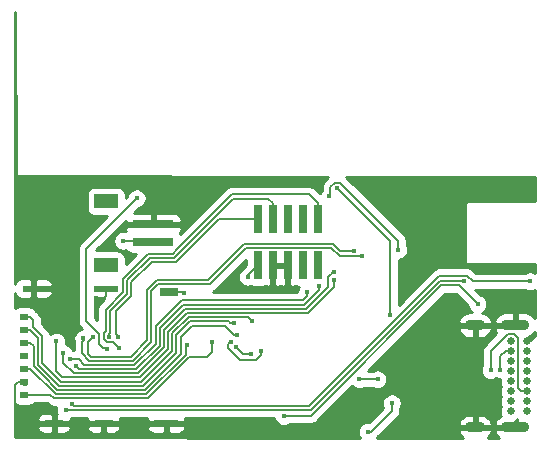
<source format=gbr>
G04 #@! TF.GenerationSoftware,KiCad,Pcbnew,(5.1.5)-3*
G04 #@! TF.CreationDate,2020-04-03T19:02:15-07:00*
G04 #@! TF.ProjectId,ShadowRunner,53686164-6f77-4527-956e-6e65722e6b69,rev?*
G04 #@! TF.SameCoordinates,Original*
G04 #@! TF.FileFunction,Copper,L4,Bot*
G04 #@! TF.FilePolarity,Positive*
%FSLAX46Y46*%
G04 Gerber Fmt 4.6, Leading zero omitted, Abs format (unit mm)*
G04 Created by KiCad (PCBNEW (5.1.5)-3) date 2020-04-03 19:02:15*
%MOMM*%
%LPD*%
G04 APERTURE LIST*
%ADD10R,0.740000X2.400000*%
%ADD11R,0.750000X0.600000*%
%ADD12R,1.500000X0.700000*%
%ADD13R,2.000000X0.500000*%
%ADD14R,1.950000X0.500000*%
%ADD15R,1.600000X0.500000*%
%ADD16C,0.650000*%
%ADD17O,2.400000X0.900000*%
%ADD18O,1.700000X0.900000*%
%ADD19R,2.006600X1.193800*%
%ADD20R,3.505200X0.711200*%
%ADD21C,0.400000*%
%ADD22C,0.800000*%
%ADD23C,0.152400*%
%ADD24C,0.254000*%
G04 APERTURE END LIST*
D10*
X132610000Y-114225000D03*
X132610000Y-118125000D03*
X133880000Y-114225000D03*
X133880000Y-118125000D03*
X135150000Y-114225000D03*
X135150000Y-118125000D03*
X136420000Y-114225000D03*
X136420000Y-118125000D03*
X137690000Y-114225000D03*
X137690000Y-118125000D03*
D11*
X112830000Y-129100000D03*
X112830000Y-128000000D03*
X112830000Y-126900000D03*
X112830000Y-125800000D03*
X112830000Y-124700000D03*
X112830000Y-123600000D03*
X112830000Y-122500000D03*
D12*
X125107500Y-120420000D03*
D13*
X119752500Y-120092500D03*
D14*
X113632500Y-120087500D03*
D15*
X115360000Y-131490000D03*
X119560000Y-131490000D03*
D13*
X124860000Y-131490000D03*
D16*
X155402500Y-130487500D03*
X155402500Y-129637500D03*
X155402500Y-128787500D03*
X155402500Y-127937500D03*
X155402500Y-127087500D03*
X155402500Y-126237500D03*
X155402500Y-125387500D03*
X155402500Y-124537500D03*
X154052500Y-124537500D03*
X154052500Y-125387500D03*
X154052500Y-126237500D03*
X154052500Y-127087500D03*
X154052500Y-127937500D03*
X154052500Y-128787500D03*
X154052500Y-129637500D03*
X154052500Y-130487500D03*
D17*
X154427500Y-131850000D03*
X154412500Y-123195000D03*
D18*
X151022500Y-131850000D03*
X151022500Y-123197500D03*
D19*
X119772600Y-118100000D03*
X119772600Y-112700000D03*
D20*
X123772599Y-114650700D03*
X123772599Y-116149300D03*
D21*
X126365000Y-120445000D03*
X118945000Y-120865000D03*
D22*
X121725000Y-111075000D03*
X117650000Y-111225000D03*
X115550000Y-111175000D03*
X112650000Y-111150000D03*
X155650000Y-111100000D03*
X153650000Y-111100000D03*
X151650000Y-111100000D03*
X149650000Y-111100000D03*
X147650000Y-111100000D03*
X145650000Y-111100000D03*
X143650000Y-111100000D03*
X142250000Y-111100000D03*
X137750000Y-111100000D03*
X135750000Y-111100000D03*
X133725000Y-111100000D03*
X131925000Y-111100000D03*
X129850000Y-111100000D03*
X128050000Y-111100000D03*
X126475000Y-111100000D03*
X123775000Y-111100000D03*
D21*
X131325000Y-118115000D03*
X155905000Y-112545000D03*
X154965000Y-112505000D03*
X153975000Y-112515000D03*
X152965000Y-112485000D03*
X149995000Y-113465000D03*
X149945000Y-114435000D03*
X149965000Y-115245000D03*
X149915000Y-116105000D03*
X149885000Y-116965000D03*
X150425000Y-118165000D03*
X151085000Y-118195000D03*
X151925000Y-118145000D03*
X152755000Y-118185000D03*
X153875000Y-118155000D03*
X156025000Y-118465000D03*
X154845000Y-118545000D03*
X121200000Y-116050000D03*
X142750000Y-127775000D03*
X141200000Y-127775000D03*
X131775000Y-119100000D03*
X128755000Y-124615000D03*
X151225000Y-121400000D03*
X134815000Y-130895000D03*
X143965000Y-129805000D03*
X141925000Y-132205000D03*
X120800000Y-124150000D03*
X120051201Y-124150000D03*
X120875000Y-125165000D03*
X126605000Y-124885000D03*
X130875000Y-124000000D03*
X130575000Y-123025000D03*
X132125000Y-122850000D03*
X152325000Y-127000000D03*
X116865000Y-129885000D03*
X155650000Y-119475000D03*
X116345000Y-130365000D03*
X150100000Y-119475000D03*
X138665000Y-112275000D03*
X144495000Y-116825000D03*
X119845000Y-125195000D03*
X122360000Y-112450000D03*
X132050000Y-125625000D03*
X130750000Y-125050000D03*
X132850000Y-125400000D03*
X130325000Y-124625000D03*
X115565000Y-124565000D03*
X139050000Y-119350000D03*
X116145000Y-125575000D03*
X139045222Y-118650000D03*
X136785000Y-120405000D03*
X116705000Y-126085000D03*
X117255000Y-126685000D03*
X137775000Y-119875000D03*
X141475000Y-117375000D03*
X117835000Y-124315000D03*
X118675000Y-124155000D03*
X140748799Y-116873799D03*
X153150000Y-126950000D03*
X139345000Y-111595000D03*
X143815000Y-122325000D03*
D23*
X118945000Y-120865000D02*
X119615000Y-120865000D01*
X119752500Y-120727500D02*
X119752500Y-120092500D01*
X119615000Y-120865000D02*
X119752500Y-120727500D01*
X126340000Y-120420000D02*
X126365000Y-120445000D01*
X125107500Y-120420000D02*
X126340000Y-120420000D01*
X112302600Y-128000000D02*
X112075000Y-128227600D01*
X112830000Y-128000000D02*
X112302600Y-128000000D01*
X112075000Y-128227600D02*
X112075000Y-130035000D01*
X123673299Y-116050000D02*
X123772599Y-116149300D01*
X121200000Y-116050000D02*
X123673299Y-116050000D01*
X142750000Y-127775000D02*
X141200000Y-127775000D01*
X141200000Y-127775000D02*
X141200000Y-127775000D01*
X131775000Y-118960000D02*
X132610000Y-118125000D01*
X131775000Y-119100000D02*
X131775000Y-118960000D01*
X112830000Y-129100000D02*
X114050000Y-129100000D01*
X114050000Y-129100000D02*
X114125000Y-129100000D01*
X115059018Y-129100000D02*
X114050000Y-129100000D01*
X115354027Y-129395010D02*
X115059018Y-129100000D01*
X128755000Y-124615000D02*
X128755000Y-125455000D01*
X128295000Y-125915000D02*
X126808383Y-125915000D01*
X128755000Y-125455000D02*
X128295000Y-125915000D01*
X126808383Y-125915000D02*
X123328373Y-129395010D01*
X123328373Y-129395010D02*
X115354027Y-129395010D01*
X151225000Y-121400000D02*
X149652410Y-119827410D01*
X149652410Y-119827410D02*
X148147590Y-119827410D01*
X137130000Y-130845000D02*
X148147590Y-119827410D01*
X134755000Y-130845000D02*
X137130000Y-130845000D01*
X143965000Y-130087842D02*
X143965000Y-129805000D01*
X143965000Y-130447842D02*
X143965000Y-130087842D01*
X142207842Y-132205000D02*
X143965000Y-130447842D01*
X141925000Y-132205000D02*
X142207842Y-132205000D01*
X129299025Y-114225000D02*
X131150000Y-114225000D01*
X131150000Y-114225000D02*
X132610000Y-114225000D01*
X120600000Y-121988926D02*
X120600001Y-123950001D01*
X123616944Y-117829820D02*
X121904820Y-119541944D01*
X129296764Y-114225000D02*
X128600000Y-114921764D01*
X128600000Y-114921764D02*
X128600000Y-114924027D01*
X120600001Y-123950001D02*
X120800000Y-124150000D01*
X131150000Y-114225000D02*
X129296764Y-114225000D01*
X128600000Y-114924027D02*
X125694207Y-117829820D01*
X121904820Y-120684108D02*
X120600000Y-121988926D01*
X121904820Y-119541944D02*
X121904820Y-120684108D01*
X125694207Y-117829820D02*
X123616944Y-117829820D01*
X120075000Y-122015544D02*
X121552410Y-120538135D01*
X120075000Y-123843359D02*
X120075000Y-122015544D01*
X130545972Y-112477410D02*
X133484810Y-112477410D01*
X120051201Y-123867158D02*
X120075000Y-123843359D01*
X120051201Y-124150000D02*
X120051201Y-123867158D01*
X133484810Y-112477410D02*
X133880000Y-112872600D01*
X121552410Y-119395972D02*
X123470972Y-117477410D01*
X121552410Y-120538135D02*
X121552410Y-119395972D01*
X123470972Y-117477410D02*
X125548234Y-117477410D01*
X133880000Y-112872600D02*
X133880000Y-114225000D01*
X125548234Y-117477410D02*
X127352409Y-115673234D01*
X127352409Y-115673234D02*
X127352409Y-115670973D01*
X127352409Y-115670973D02*
X130545972Y-112477410D01*
X137690000Y-112872600D02*
X137690000Y-114225000D01*
X136942400Y-112125000D02*
X137690000Y-112872600D01*
X130399999Y-112125000D02*
X136942400Y-112125000D01*
X125801400Y-116723600D02*
X130399999Y-112125000D01*
X125801400Y-116725861D02*
X125801400Y-116723600D01*
X119575000Y-123844976D02*
X119722590Y-123697386D01*
X119575000Y-124378577D02*
X119575000Y-123844976D01*
X120875000Y-125165000D02*
X120336201Y-124626201D01*
X119822624Y-124626201D02*
X119575000Y-124378577D01*
X123325000Y-117125000D02*
X125402261Y-117125000D01*
X119722590Y-121869571D02*
X121200000Y-120392162D01*
X121200000Y-120392162D02*
X121200000Y-119250000D01*
X119722590Y-123697386D02*
X119722590Y-121869571D01*
X120336201Y-124626201D02*
X119822624Y-124626201D01*
X121200000Y-119250000D02*
X123325000Y-117125000D01*
X125402261Y-117125000D02*
X125801400Y-116725861D01*
X112830000Y-126900000D02*
X113357400Y-126900000D01*
X113357400Y-126900000D02*
X115500000Y-129042600D01*
X115500000Y-129042600D02*
X123182400Y-129042600D01*
X123182400Y-129042600D02*
X126550000Y-125675000D01*
X126550000Y-125675000D02*
X126550000Y-125370000D01*
X126525000Y-125345000D02*
X126525000Y-124865000D01*
X126550000Y-125370000D02*
X126525000Y-125345000D01*
X123049146Y-128677409D02*
X115633190Y-128677408D01*
X126073799Y-125652756D02*
X123049146Y-128677409D01*
X130592158Y-124000000D02*
X129819569Y-123227411D01*
X126073799Y-124171422D02*
X126073799Y-125652756D01*
X130875000Y-124000000D02*
X130592158Y-124000000D01*
X129819569Y-123227411D02*
X127017810Y-123227411D01*
X127017810Y-123227411D02*
X126073799Y-124171422D01*
X114647591Y-127691809D02*
X114647591Y-127687591D01*
X115372891Y-128417109D02*
X114647591Y-127691809D01*
X115372891Y-128417109D02*
X114647590Y-127691809D01*
X115633190Y-128677408D02*
X115372891Y-128417109D01*
X113357400Y-124700000D02*
X112830000Y-124700000D01*
X113645000Y-124987600D02*
X113357400Y-124700000D01*
X113645000Y-126685000D02*
X113645000Y-124987600D01*
X114647590Y-127687590D02*
X113645000Y-126685000D01*
X114647590Y-127691809D02*
X114647590Y-127687590D01*
X113357400Y-123600000D02*
X112830000Y-123600000D01*
X122903174Y-128325000D02*
X115779163Y-128324999D01*
X125721389Y-124025450D02*
X125721389Y-125505272D01*
X125721389Y-125505272D02*
X122903174Y-128325000D01*
X126871838Y-122875001D02*
X125721389Y-124025450D01*
X130292158Y-123025000D02*
X130575000Y-123025000D01*
X130142159Y-122875001D02*
X130292158Y-123025000D01*
X126871838Y-122875001D02*
X130142159Y-122875001D01*
X115000001Y-127541619D02*
X113997410Y-126539028D01*
X115372082Y-127917918D02*
X115000001Y-127545837D01*
X115000001Y-127545837D02*
X115000001Y-127541619D01*
X115372082Y-127917918D02*
X115000000Y-127545836D01*
X115779163Y-128324999D02*
X115372082Y-127917918D01*
X113997410Y-124240010D02*
X113357400Y-123600000D01*
X113997410Y-126539028D02*
X113997410Y-124240010D01*
X112830000Y-122500000D02*
X113357400Y-122500000D01*
X132125000Y-122850000D02*
X132125000Y-122850000D01*
X115925136Y-127972590D02*
X122325000Y-127972590D01*
X122325000Y-127972590D02*
X122757147Y-127972590D01*
X122757147Y-127972590D02*
X125176698Y-125551739D01*
X131925001Y-122650001D02*
X132125000Y-122850000D01*
X131775000Y-122500000D02*
X131925001Y-122650001D01*
X126748456Y-122500000D02*
X131775000Y-122500000D01*
X125368979Y-123879477D02*
X126748456Y-122500000D01*
X125368979Y-125359355D02*
X125368979Y-123879477D01*
X125176698Y-125551739D02*
X125368979Y-125359355D01*
X115726273Y-127773727D02*
X115438773Y-127486227D01*
X115726273Y-127773727D02*
X115925136Y-127972590D01*
X115425000Y-127472454D02*
X115726273Y-127773727D01*
X113357400Y-122500000D02*
X113600000Y-122742600D01*
X113600000Y-122742600D02*
X113600000Y-123344217D01*
X115352410Y-127399864D02*
X115425000Y-127472454D01*
X113600000Y-123344217D02*
X113600000Y-123330000D01*
X113955000Y-123699218D02*
X114349820Y-124094037D01*
X113600000Y-123330000D02*
X113955000Y-123685000D01*
X113955000Y-123685000D02*
X113955000Y-123699218D01*
X114349820Y-126393056D02*
X115352410Y-127395646D01*
X114349820Y-124094037D02*
X114349820Y-126393056D01*
X154341077Y-123936299D02*
X154675000Y-124270222D01*
X152325000Y-127000000D02*
X152325000Y-125375222D01*
X153763923Y-123936299D02*
X154341077Y-123936299D01*
X152325000Y-125375222D02*
X153763923Y-123936299D01*
X154942881Y-128787500D02*
X155402500Y-128787500D01*
X154937500Y-128787500D02*
X154942881Y-128787500D01*
X154675000Y-128525000D02*
X154937500Y-128787500D01*
X154675000Y-124270222D02*
X154675000Y-128525000D01*
X150804778Y-119475000D02*
X155650000Y-119475000D01*
X150328577Y-118998799D02*
X150804778Y-119475000D01*
X136954028Y-130022590D02*
X147977819Y-118998799D01*
X117072590Y-130022590D02*
X136954028Y-130022590D01*
X147977819Y-118998799D02*
X150328577Y-118998799D01*
X117072590Y-130002590D02*
X116885000Y-129815000D01*
X117072590Y-130022590D02*
X117072590Y-130002590D01*
X116945000Y-130365000D02*
X116345000Y-130365000D01*
X116955000Y-130375000D02*
X116945000Y-130365000D01*
X150100000Y-119475000D02*
X148000000Y-119475000D01*
X137100000Y-130375000D02*
X116955000Y-130375000D01*
X148000000Y-119475000D02*
X137100000Y-130375000D01*
X139573577Y-111118799D02*
X144495000Y-116040222D01*
X139116423Y-111118799D02*
X139573577Y-111118799D01*
X138725000Y-112355000D02*
X138725000Y-111510222D01*
X138725000Y-111510222D02*
X139116423Y-111118799D01*
X144495000Y-116040222D02*
X144495000Y-116825000D01*
X144495000Y-116825000D02*
X144495000Y-116825000D01*
X122360000Y-112450000D02*
X118095000Y-116715000D01*
X118095000Y-116715000D02*
X118095000Y-121725000D01*
X118095000Y-122875000D02*
X119195000Y-123975000D01*
X118095000Y-121725000D02*
X118095000Y-122875000D01*
X119195000Y-124757842D02*
X119195000Y-124275000D01*
X119542158Y-125105000D02*
X119195000Y-124757842D01*
X119195000Y-123975000D02*
X119195000Y-124275000D01*
X119825000Y-125105000D02*
X119542158Y-125105000D01*
X131100000Y-125400000D02*
X130750000Y-125050000D01*
X131325000Y-125625000D02*
X131100000Y-125400000D01*
X132050000Y-125625000D02*
X131325000Y-125625000D01*
X130125001Y-124824999D02*
X130325000Y-124625000D01*
X130125001Y-125129779D02*
X130125001Y-124824999D01*
X130871423Y-125876201D02*
X130125001Y-125129779D01*
X132850000Y-125400000D02*
X132850000Y-125554778D01*
X130871423Y-125876201D02*
X130876201Y-125876201D01*
X132850000Y-125682842D02*
X132850000Y-125400000D01*
X131101201Y-126101201D02*
X132431641Y-126101201D01*
X132431641Y-126101201D02*
X132850000Y-125682842D01*
X130876201Y-125876201D02*
X131101201Y-126101201D01*
X139050000Y-119350000D02*
X139050000Y-119350000D01*
X139050000Y-119950000D02*
X139050000Y-119350000D01*
X136850000Y-122150000D02*
X139050000Y-119950000D01*
X116071108Y-127620180D02*
X122611120Y-127620180D01*
X126602483Y-122147590D02*
X135922590Y-122147590D01*
X135925000Y-122150000D02*
X136850000Y-122150000D01*
X115585000Y-124485000D02*
X115585000Y-124515000D01*
X125016569Y-123733504D02*
X126602483Y-122147590D01*
X122611120Y-127620180D02*
X125016569Y-125213438D01*
X135922590Y-122147590D02*
X135925000Y-122150000D01*
X125016569Y-125213438D02*
X125016569Y-123733504D01*
X115825000Y-127369854D02*
X115825000Y-127374072D01*
X115565000Y-124565000D02*
X115565000Y-127109854D01*
X115565000Y-127109854D02*
X115825000Y-127369854D01*
X115825000Y-127374072D02*
X116005464Y-127554536D01*
X115704820Y-127253892D02*
X116005464Y-127554536D01*
X116005464Y-127554536D02*
X116071108Y-127620180D01*
X139045222Y-118650000D02*
X139045222Y-118650000D01*
X116138799Y-126397181D02*
X117009387Y-127267769D01*
X117009387Y-127267769D02*
X117075000Y-127267769D01*
X116145000Y-126390980D02*
X116145000Y-125575000D01*
X116138799Y-126397181D02*
X116145000Y-126390980D01*
X138845223Y-118849999D02*
X139045222Y-118650000D01*
X138573799Y-119927820D02*
X138573799Y-119121423D01*
X136706439Y-121795180D02*
X138573799Y-119927820D01*
X138573799Y-119121423D02*
X138845223Y-118849999D01*
X122465092Y-127267770D02*
X124664159Y-125067521D01*
X124664159Y-123587531D02*
X126456510Y-121795180D01*
X126456510Y-121795180D02*
X136706439Y-121795180D01*
X117009387Y-127267769D02*
X122465092Y-127267770D01*
X124664159Y-125067521D02*
X124664159Y-123587531D01*
X136414494Y-121090360D02*
X136785000Y-120719854D01*
X126164564Y-121090360D02*
X136414494Y-121090360D01*
X136785000Y-120719854D02*
X136785000Y-120405000D01*
X123959339Y-123295585D02*
X126164564Y-121090360D01*
X117455000Y-126085000D02*
X117932950Y-126562950D01*
X117932950Y-126562950D02*
X122173037Y-126562950D01*
X116705000Y-126085000D02*
X117455000Y-126085000D01*
X122173037Y-126562950D02*
X123959339Y-124775688D01*
X123959339Y-124775688D02*
X123959339Y-123295585D01*
X137775000Y-119875000D02*
X137775000Y-120228236D01*
X124311749Y-124921604D02*
X122319064Y-126915360D01*
X136560466Y-121442770D02*
X126310537Y-121442770D01*
X124311749Y-123441558D02*
X124311749Y-124921604D01*
X126310537Y-121442770D02*
X124311749Y-123441558D01*
X137775000Y-120228236D02*
X136560466Y-121442770D01*
X122319064Y-126915360D02*
X117642518Y-126915360D01*
X117454999Y-126884999D02*
X117612157Y-126884999D01*
X117612157Y-126884999D02*
X117642518Y-126915360D01*
X117255000Y-126685000D02*
X117454999Y-126884999D01*
X139550000Y-117350000D02*
X139550000Y-117350000D01*
X117725000Y-124606617D02*
X117945808Y-124385809D01*
X123606929Y-120323409D02*
X123606929Y-124629771D01*
X138848799Y-116648799D02*
X131626201Y-116648799D01*
X141475000Y-117375000D02*
X139575000Y-117375000D01*
X139575000Y-117375000D02*
X138848799Y-116648799D01*
X124205338Y-119725000D02*
X123606929Y-120323409D01*
X123606929Y-124629771D02*
X122027009Y-126210540D01*
X128550000Y-119725000D02*
X124205338Y-119725000D01*
X118360540Y-126210540D02*
X117725000Y-125575000D01*
X122027009Y-126210540D02*
X118360540Y-126210540D01*
X131626201Y-116648799D02*
X128550000Y-119725000D01*
X117725000Y-125575000D02*
X117725000Y-124606617D01*
X140748799Y-116873799D02*
X140748799Y-116873799D01*
X118250000Y-124580000D02*
X118675000Y-124155000D01*
X131480228Y-116296389D02*
X128404028Y-119372590D01*
X138994772Y-116296389D02*
X131480228Y-116296389D01*
X140748799Y-116873799D02*
X139572182Y-116873799D01*
X118250000Y-125600000D02*
X118250000Y-124580000D01*
X128404028Y-119372590D02*
X124059365Y-119372590D01*
X139572182Y-116873799D02*
X138994772Y-116296389D01*
X124059365Y-119372590D02*
X123254519Y-120177436D01*
X123254519Y-120177436D02*
X123254519Y-124483854D01*
X123254519Y-124483854D02*
X121880981Y-125858130D01*
X121880981Y-125858130D02*
X118508130Y-125858130D01*
X118508130Y-125858130D02*
X118250000Y-125600000D01*
X153592881Y-125387500D02*
X153150000Y-125830381D01*
X154052500Y-125387500D02*
X153592881Y-125387500D01*
X153150000Y-125830381D02*
X153150000Y-126950000D01*
X153150000Y-126950000D02*
X153150000Y-126950000D01*
X139345000Y-111595000D02*
X143815000Y-116065000D01*
X143815000Y-116065000D02*
X143815000Y-122325000D01*
X143815000Y-122325000D02*
X143815000Y-122335000D01*
D24*
G36*
X155254479Y-120214967D02*
G01*
X155406440Y-120277911D01*
X155567760Y-120310000D01*
X155732240Y-120310000D01*
X155893560Y-120277911D01*
X156045521Y-120214967D01*
X156088447Y-120186285D01*
X156086439Y-122621843D01*
X156019514Y-122517592D01*
X155870891Y-122363413D01*
X155695045Y-122241191D01*
X155498733Y-122155624D01*
X155289500Y-122110000D01*
X154539500Y-122110000D01*
X154539500Y-123068000D01*
X154559500Y-123068000D01*
X154559500Y-123259355D01*
X154480497Y-123235390D01*
X154376013Y-123225099D01*
X154376003Y-123225099D01*
X154341077Y-123221659D01*
X154306151Y-123225099D01*
X153798840Y-123225099D01*
X153763922Y-123221660D01*
X153729004Y-123225099D01*
X153728987Y-123225099D01*
X153624503Y-123235390D01*
X153490442Y-123276057D01*
X153404489Y-123322000D01*
X152744998Y-123322000D01*
X152618092Y-123489001D01*
X152689798Y-123692197D01*
X152805486Y-123872408D01*
X152813604Y-123880830D01*
X151846810Y-124847625D01*
X151819674Y-124869895D01*
X151797404Y-124897031D01*
X151797403Y-124897032D01*
X151730798Y-124978190D01*
X151673532Y-125085327D01*
X151664759Y-125101741D01*
X151624092Y-125235802D01*
X151618403Y-125293560D01*
X151610360Y-125375222D01*
X151613801Y-125410158D01*
X151613800Y-126561426D01*
X151585033Y-126604479D01*
X151522089Y-126756440D01*
X151490000Y-126917760D01*
X151490000Y-127082240D01*
X151522089Y-127243560D01*
X151585033Y-127395521D01*
X151676413Y-127532281D01*
X151792719Y-127648587D01*
X151929479Y-127739967D01*
X152081440Y-127802911D01*
X152242760Y-127835000D01*
X152407240Y-127835000D01*
X152568560Y-127802911D01*
X152720521Y-127739967D01*
X152779710Y-127700418D01*
X152906440Y-127752911D01*
X153067760Y-127785000D01*
X153104026Y-127785000D01*
X153092500Y-127842948D01*
X153092500Y-128032052D01*
X153129392Y-128217522D01*
X153189444Y-128362500D01*
X153129392Y-128507478D01*
X153092500Y-128692948D01*
X153092500Y-128882052D01*
X153129392Y-129067522D01*
X153189444Y-129212500D01*
X153129392Y-129357478D01*
X153092500Y-129542948D01*
X153092500Y-129732052D01*
X153129392Y-129917522D01*
X153189618Y-130062920D01*
X153130919Y-130202492D01*
X153093025Y-130387760D01*
X153092003Y-130576861D01*
X153127892Y-130762528D01*
X153176758Y-130882329D01*
X153144955Y-130896191D01*
X152969109Y-131018413D01*
X152820486Y-131172592D01*
X152704798Y-131352803D01*
X152633092Y-131555999D01*
X152759998Y-131723000D01*
X154300500Y-131723000D01*
X154300500Y-131417332D01*
X154327528Y-131412108D01*
X154502626Y-131340687D01*
X154511823Y-131335770D01*
X154525431Y-131140039D01*
X154554500Y-131169108D01*
X154554500Y-131723000D01*
X154574500Y-131723000D01*
X154574500Y-131977000D01*
X154554500Y-131977000D01*
X154554500Y-131997000D01*
X154300500Y-131997000D01*
X154300500Y-131977000D01*
X152759998Y-131977000D01*
X152633092Y-132144001D01*
X152704798Y-132347197D01*
X152820486Y-132527408D01*
X152969109Y-132681587D01*
X153030732Y-132724418D01*
X152070826Y-132723335D01*
X152130891Y-132681587D01*
X152279514Y-132527408D01*
X152395202Y-132347197D01*
X152466908Y-132144001D01*
X152340002Y-131977000D01*
X151149500Y-131977000D01*
X151149500Y-131997000D01*
X150895500Y-131997000D01*
X150895500Y-131977000D01*
X149704998Y-131977000D01*
X149578092Y-132144001D01*
X149649798Y-132347197D01*
X149765486Y-132527408D01*
X149914109Y-132681587D01*
X149970764Y-132720965D01*
X142710189Y-132712772D01*
X142713169Y-132710327D01*
X142735444Y-132683185D01*
X143862631Y-131555999D01*
X149578092Y-131555999D01*
X149704998Y-131723000D01*
X150895500Y-131723000D01*
X150895500Y-130765000D01*
X151149500Y-130765000D01*
X151149500Y-131723000D01*
X152340002Y-131723000D01*
X152466908Y-131555999D01*
X152395202Y-131352803D01*
X152279514Y-131172592D01*
X152130891Y-131018413D01*
X151955045Y-130896191D01*
X151758733Y-130810624D01*
X151549500Y-130765000D01*
X151149500Y-130765000D01*
X150895500Y-130765000D01*
X150495500Y-130765000D01*
X150286267Y-130810624D01*
X150089955Y-130896191D01*
X149914109Y-131018413D01*
X149765486Y-131172592D01*
X149649798Y-131352803D01*
X149578092Y-131555999D01*
X143862631Y-131555999D01*
X144443201Y-130975430D01*
X144470326Y-130953169D01*
X144492588Y-130926043D01*
X144492598Y-130926033D01*
X144559202Y-130844875D01*
X144625242Y-130721324D01*
X144665909Y-130587262D01*
X144666933Y-130576861D01*
X144676200Y-130482778D01*
X144676200Y-130482771D01*
X144679640Y-130447842D01*
X144676200Y-130412914D01*
X144676200Y-130243574D01*
X144704967Y-130200521D01*
X144767911Y-130048560D01*
X144800000Y-129887240D01*
X144800000Y-129722760D01*
X144767911Y-129561440D01*
X144704967Y-129409479D01*
X144613587Y-129272719D01*
X144497281Y-129156413D01*
X144360521Y-129065033D01*
X144208560Y-129002089D01*
X144047240Y-128970000D01*
X143882760Y-128970000D01*
X143721440Y-129002089D01*
X143569479Y-129065033D01*
X143432719Y-129156413D01*
X143316413Y-129272719D01*
X143225033Y-129409479D01*
X143162089Y-129561440D01*
X143130000Y-129722760D01*
X143130000Y-129887240D01*
X143162089Y-130048560D01*
X143219614Y-130187439D01*
X142032108Y-131374947D01*
X142007240Y-131370000D01*
X141842760Y-131370000D01*
X141681440Y-131402089D01*
X141529479Y-131465033D01*
X141392719Y-131556413D01*
X141276413Y-131672719D01*
X141185033Y-131809479D01*
X141122089Y-131961440D01*
X141090000Y-132122760D01*
X141090000Y-132287240D01*
X141122089Y-132448560D01*
X141185033Y-132600521D01*
X141258943Y-132711135D01*
X112022105Y-132678143D01*
X112022855Y-131771750D01*
X113925000Y-131771750D01*
X113936020Y-131873358D01*
X113974026Y-131992528D01*
X114034551Y-132101994D01*
X114115269Y-132197548D01*
X114213078Y-132275519D01*
X114324219Y-132332911D01*
X114444420Y-132367517D01*
X114569063Y-132378008D01*
X115074250Y-132375000D01*
X115233000Y-132216250D01*
X115233000Y-131613000D01*
X115487000Y-131613000D01*
X115487000Y-132216250D01*
X115645750Y-132375000D01*
X116150937Y-132378008D01*
X116275580Y-132367517D01*
X116395781Y-132332911D01*
X116506922Y-132275519D01*
X116604731Y-132197548D01*
X116685449Y-132101994D01*
X116745974Y-131992528D01*
X116783980Y-131873358D01*
X116795000Y-131771750D01*
X118125000Y-131771750D01*
X118136020Y-131873358D01*
X118174026Y-131992528D01*
X118234551Y-132101994D01*
X118315269Y-132197548D01*
X118413078Y-132275519D01*
X118524219Y-132332911D01*
X118644420Y-132367517D01*
X118769063Y-132378008D01*
X119274250Y-132375000D01*
X119433000Y-132216250D01*
X119433000Y-131613000D01*
X119687000Y-131613000D01*
X119687000Y-132216250D01*
X119845750Y-132375000D01*
X120350937Y-132378008D01*
X120475580Y-132367517D01*
X120595781Y-132332911D01*
X120706922Y-132275519D01*
X120804731Y-132197548D01*
X120885449Y-132101994D01*
X120945974Y-131992528D01*
X120983980Y-131873358D01*
X120995000Y-131771750D01*
X123225000Y-131771750D01*
X123235734Y-131872013D01*
X123273483Y-131991264D01*
X123333772Y-132100860D01*
X123414284Y-132196588D01*
X123511924Y-132274770D01*
X123622941Y-132332401D01*
X123743067Y-132367266D01*
X123867688Y-132378026D01*
X124574250Y-132375000D01*
X124733000Y-132216250D01*
X124733000Y-131613000D01*
X124987000Y-131613000D01*
X124987000Y-132216250D01*
X125145750Y-132375000D01*
X125852312Y-132378026D01*
X125976933Y-132367266D01*
X126097059Y-132332401D01*
X126208076Y-132274770D01*
X126305716Y-132196588D01*
X126386228Y-132100860D01*
X126446517Y-131991264D01*
X126484266Y-131872013D01*
X126495000Y-131771750D01*
X126336250Y-131613000D01*
X124987000Y-131613000D01*
X124733000Y-131613000D01*
X123383750Y-131613000D01*
X123225000Y-131771750D01*
X120995000Y-131771750D01*
X120836250Y-131613000D01*
X119687000Y-131613000D01*
X119433000Y-131613000D01*
X118283750Y-131613000D01*
X118125000Y-131771750D01*
X116795000Y-131771750D01*
X116636250Y-131613000D01*
X115487000Y-131613000D01*
X115233000Y-131613000D01*
X114083750Y-131613000D01*
X113925000Y-131771750D01*
X112022855Y-131771750D01*
X112023321Y-131208250D01*
X113925000Y-131208250D01*
X114083750Y-131367000D01*
X115233000Y-131367000D01*
X115233000Y-130763750D01*
X115074250Y-130605000D01*
X114569063Y-130601992D01*
X114444420Y-130612483D01*
X114324219Y-130647089D01*
X114213078Y-130704481D01*
X114115269Y-130782452D01*
X114034551Y-130878006D01*
X113974026Y-130987472D01*
X113936020Y-131106642D01*
X113925000Y-131208250D01*
X112023321Y-131208250D01*
X112024431Y-129868104D01*
X112100506Y-129930537D01*
X112210820Y-129989502D01*
X112330518Y-130025812D01*
X112455000Y-130038072D01*
X113205000Y-130038072D01*
X113329482Y-130025812D01*
X113449180Y-129989502D01*
X113559494Y-129930537D01*
X113656185Y-129851185D01*
X113689000Y-129811200D01*
X114764430Y-129811200D01*
X114826428Y-129873199D01*
X114848700Y-129900337D01*
X114956994Y-129989212D01*
X115080546Y-130055252D01*
X115214607Y-130095919D01*
X115319091Y-130106210D01*
X115319107Y-130106210D01*
X115354025Y-130109649D01*
X115388943Y-130106210D01*
X115548397Y-130106210D01*
X115542089Y-130121440D01*
X115510000Y-130282760D01*
X115510000Y-130447240D01*
X115542089Y-130608560D01*
X115571408Y-130679342D01*
X115487000Y-130763750D01*
X115487000Y-131367000D01*
X116636250Y-131367000D01*
X116795000Y-131208250D01*
X116783980Y-131106642D01*
X116775905Y-131081324D01*
X116783574Y-131076200D01*
X116818535Y-131076200D01*
X116920064Y-131086200D01*
X116920073Y-131086200D01*
X116954999Y-131089640D01*
X116989925Y-131086200D01*
X118142539Y-131086200D01*
X118136020Y-131106642D01*
X118125000Y-131208250D01*
X118283750Y-131367000D01*
X119433000Y-131367000D01*
X119433000Y-131343000D01*
X119687000Y-131343000D01*
X119687000Y-131367000D01*
X120836250Y-131367000D01*
X120995000Y-131208250D01*
X120983980Y-131106642D01*
X120977461Y-131086200D01*
X123242631Y-131086200D01*
X123235734Y-131107987D01*
X123225000Y-131208250D01*
X123383750Y-131367000D01*
X124733000Y-131367000D01*
X124733000Y-131343000D01*
X124987000Y-131343000D01*
X124987000Y-131367000D01*
X126336250Y-131367000D01*
X126495000Y-131208250D01*
X126484266Y-131107987D01*
X126477369Y-131086200D01*
X134001674Y-131086200D01*
X134012089Y-131138560D01*
X134075033Y-131290521D01*
X134166413Y-131427281D01*
X134282719Y-131543587D01*
X134419479Y-131634967D01*
X134571440Y-131697911D01*
X134732760Y-131730000D01*
X134897240Y-131730000D01*
X135058560Y-131697911D01*
X135210521Y-131634967D01*
X135328404Y-131556200D01*
X137095074Y-131556200D01*
X137130000Y-131559640D01*
X137164926Y-131556200D01*
X137164936Y-131556200D01*
X137269420Y-131545909D01*
X137403481Y-131505242D01*
X137527033Y-131439202D01*
X137635327Y-131350327D01*
X137657602Y-131323185D01*
X140612460Y-128368328D01*
X140667719Y-128423587D01*
X140804479Y-128514967D01*
X140956440Y-128577911D01*
X141117760Y-128610000D01*
X141282240Y-128610000D01*
X141443560Y-128577911D01*
X141595521Y-128514967D01*
X141638574Y-128486200D01*
X142311426Y-128486200D01*
X142354479Y-128514967D01*
X142506440Y-128577911D01*
X142667760Y-128610000D01*
X142832240Y-128610000D01*
X142993560Y-128577911D01*
X143145521Y-128514967D01*
X143282281Y-128423587D01*
X143398587Y-128307281D01*
X143489967Y-128170521D01*
X143552911Y-128018560D01*
X143585000Y-127857240D01*
X143585000Y-127692760D01*
X143552911Y-127531440D01*
X143489967Y-127379479D01*
X143398587Y-127242719D01*
X143282281Y-127126413D01*
X143145521Y-127035033D01*
X142993560Y-126972089D01*
X142832240Y-126940000D01*
X142667760Y-126940000D01*
X142506440Y-126972089D01*
X142354479Y-127035033D01*
X142311426Y-127063800D01*
X141916988Y-127063800D01*
X145489287Y-123491501D01*
X149578092Y-123491501D01*
X149649798Y-123694697D01*
X149765486Y-123874908D01*
X149914109Y-124029087D01*
X150089955Y-124151309D01*
X150286267Y-124236876D01*
X150495500Y-124282500D01*
X150895500Y-124282500D01*
X150895500Y-123324500D01*
X151149500Y-123324500D01*
X151149500Y-124282500D01*
X151549500Y-124282500D01*
X151758733Y-124236876D01*
X151955045Y-124151309D01*
X152130891Y-124029087D01*
X152279514Y-123874908D01*
X152395202Y-123694697D01*
X152466908Y-123491501D01*
X152340002Y-123324500D01*
X151149500Y-123324500D01*
X150895500Y-123324500D01*
X149704998Y-123324500D01*
X149578092Y-123491501D01*
X145489287Y-123491501D01*
X148442179Y-120538610D01*
X149357823Y-120538610D01*
X150411987Y-121592775D01*
X150422089Y-121643560D01*
X150485033Y-121795521D01*
X150576413Y-121932281D01*
X150692719Y-122048587D01*
X150788372Y-122112500D01*
X150495500Y-122112500D01*
X150286267Y-122158124D01*
X150089955Y-122243691D01*
X149914109Y-122365913D01*
X149765486Y-122520092D01*
X149649798Y-122700303D01*
X149578092Y-122903499D01*
X149704998Y-123070500D01*
X150895500Y-123070500D01*
X150895500Y-123050500D01*
X151149500Y-123050500D01*
X151149500Y-123070500D01*
X152340002Y-123070500D01*
X152466908Y-122903499D01*
X152466026Y-122900999D01*
X152618092Y-122900999D01*
X152744998Y-123068000D01*
X154285500Y-123068000D01*
X154285500Y-122110000D01*
X153535500Y-122110000D01*
X153326267Y-122155624D01*
X153129955Y-122241191D01*
X152954109Y-122363413D01*
X152805486Y-122517592D01*
X152689798Y-122697803D01*
X152618092Y-122900999D01*
X152466026Y-122900999D01*
X152395202Y-122700303D01*
X152279514Y-122520092D01*
X152130891Y-122365913D01*
X151955045Y-122243691D01*
X151758733Y-122158124D01*
X151634040Y-122130934D01*
X151757281Y-122048587D01*
X151873587Y-121932281D01*
X151964967Y-121795521D01*
X152027911Y-121643560D01*
X152060000Y-121482240D01*
X152060000Y-121317760D01*
X152027911Y-121156440D01*
X151964967Y-121004479D01*
X151873587Y-120867719D01*
X151757281Y-120751413D01*
X151620521Y-120660033D01*
X151468560Y-120597089D01*
X151417775Y-120586987D01*
X151016988Y-120186200D01*
X155211426Y-120186200D01*
X155254479Y-120214967D01*
G37*
X155254479Y-120214967D02*
X155406440Y-120277911D01*
X155567760Y-120310000D01*
X155732240Y-120310000D01*
X155893560Y-120277911D01*
X156045521Y-120214967D01*
X156088447Y-120186285D01*
X156086439Y-122621843D01*
X156019514Y-122517592D01*
X155870891Y-122363413D01*
X155695045Y-122241191D01*
X155498733Y-122155624D01*
X155289500Y-122110000D01*
X154539500Y-122110000D01*
X154539500Y-123068000D01*
X154559500Y-123068000D01*
X154559500Y-123259355D01*
X154480497Y-123235390D01*
X154376013Y-123225099D01*
X154376003Y-123225099D01*
X154341077Y-123221659D01*
X154306151Y-123225099D01*
X153798840Y-123225099D01*
X153763922Y-123221660D01*
X153729004Y-123225099D01*
X153728987Y-123225099D01*
X153624503Y-123235390D01*
X153490442Y-123276057D01*
X153404489Y-123322000D01*
X152744998Y-123322000D01*
X152618092Y-123489001D01*
X152689798Y-123692197D01*
X152805486Y-123872408D01*
X152813604Y-123880830D01*
X151846810Y-124847625D01*
X151819674Y-124869895D01*
X151797404Y-124897031D01*
X151797403Y-124897032D01*
X151730798Y-124978190D01*
X151673532Y-125085327D01*
X151664759Y-125101741D01*
X151624092Y-125235802D01*
X151618403Y-125293560D01*
X151610360Y-125375222D01*
X151613801Y-125410158D01*
X151613800Y-126561426D01*
X151585033Y-126604479D01*
X151522089Y-126756440D01*
X151490000Y-126917760D01*
X151490000Y-127082240D01*
X151522089Y-127243560D01*
X151585033Y-127395521D01*
X151676413Y-127532281D01*
X151792719Y-127648587D01*
X151929479Y-127739967D01*
X152081440Y-127802911D01*
X152242760Y-127835000D01*
X152407240Y-127835000D01*
X152568560Y-127802911D01*
X152720521Y-127739967D01*
X152779710Y-127700418D01*
X152906440Y-127752911D01*
X153067760Y-127785000D01*
X153104026Y-127785000D01*
X153092500Y-127842948D01*
X153092500Y-128032052D01*
X153129392Y-128217522D01*
X153189444Y-128362500D01*
X153129392Y-128507478D01*
X153092500Y-128692948D01*
X153092500Y-128882052D01*
X153129392Y-129067522D01*
X153189444Y-129212500D01*
X153129392Y-129357478D01*
X153092500Y-129542948D01*
X153092500Y-129732052D01*
X153129392Y-129917522D01*
X153189618Y-130062920D01*
X153130919Y-130202492D01*
X153093025Y-130387760D01*
X153092003Y-130576861D01*
X153127892Y-130762528D01*
X153176758Y-130882329D01*
X153144955Y-130896191D01*
X152969109Y-131018413D01*
X152820486Y-131172592D01*
X152704798Y-131352803D01*
X152633092Y-131555999D01*
X152759998Y-131723000D01*
X154300500Y-131723000D01*
X154300500Y-131417332D01*
X154327528Y-131412108D01*
X154502626Y-131340687D01*
X154511823Y-131335770D01*
X154525431Y-131140039D01*
X154554500Y-131169108D01*
X154554500Y-131723000D01*
X154574500Y-131723000D01*
X154574500Y-131977000D01*
X154554500Y-131977000D01*
X154554500Y-131997000D01*
X154300500Y-131997000D01*
X154300500Y-131977000D01*
X152759998Y-131977000D01*
X152633092Y-132144001D01*
X152704798Y-132347197D01*
X152820486Y-132527408D01*
X152969109Y-132681587D01*
X153030732Y-132724418D01*
X152070826Y-132723335D01*
X152130891Y-132681587D01*
X152279514Y-132527408D01*
X152395202Y-132347197D01*
X152466908Y-132144001D01*
X152340002Y-131977000D01*
X151149500Y-131977000D01*
X151149500Y-131997000D01*
X150895500Y-131997000D01*
X150895500Y-131977000D01*
X149704998Y-131977000D01*
X149578092Y-132144001D01*
X149649798Y-132347197D01*
X149765486Y-132527408D01*
X149914109Y-132681587D01*
X149970764Y-132720965D01*
X142710189Y-132712772D01*
X142713169Y-132710327D01*
X142735444Y-132683185D01*
X143862631Y-131555999D01*
X149578092Y-131555999D01*
X149704998Y-131723000D01*
X150895500Y-131723000D01*
X150895500Y-130765000D01*
X151149500Y-130765000D01*
X151149500Y-131723000D01*
X152340002Y-131723000D01*
X152466908Y-131555999D01*
X152395202Y-131352803D01*
X152279514Y-131172592D01*
X152130891Y-131018413D01*
X151955045Y-130896191D01*
X151758733Y-130810624D01*
X151549500Y-130765000D01*
X151149500Y-130765000D01*
X150895500Y-130765000D01*
X150495500Y-130765000D01*
X150286267Y-130810624D01*
X150089955Y-130896191D01*
X149914109Y-131018413D01*
X149765486Y-131172592D01*
X149649798Y-131352803D01*
X149578092Y-131555999D01*
X143862631Y-131555999D01*
X144443201Y-130975430D01*
X144470326Y-130953169D01*
X144492588Y-130926043D01*
X144492598Y-130926033D01*
X144559202Y-130844875D01*
X144625242Y-130721324D01*
X144665909Y-130587262D01*
X144666933Y-130576861D01*
X144676200Y-130482778D01*
X144676200Y-130482771D01*
X144679640Y-130447842D01*
X144676200Y-130412914D01*
X144676200Y-130243574D01*
X144704967Y-130200521D01*
X144767911Y-130048560D01*
X144800000Y-129887240D01*
X144800000Y-129722760D01*
X144767911Y-129561440D01*
X144704967Y-129409479D01*
X144613587Y-129272719D01*
X144497281Y-129156413D01*
X144360521Y-129065033D01*
X144208560Y-129002089D01*
X144047240Y-128970000D01*
X143882760Y-128970000D01*
X143721440Y-129002089D01*
X143569479Y-129065033D01*
X143432719Y-129156413D01*
X143316413Y-129272719D01*
X143225033Y-129409479D01*
X143162089Y-129561440D01*
X143130000Y-129722760D01*
X143130000Y-129887240D01*
X143162089Y-130048560D01*
X143219614Y-130187439D01*
X142032108Y-131374947D01*
X142007240Y-131370000D01*
X141842760Y-131370000D01*
X141681440Y-131402089D01*
X141529479Y-131465033D01*
X141392719Y-131556413D01*
X141276413Y-131672719D01*
X141185033Y-131809479D01*
X141122089Y-131961440D01*
X141090000Y-132122760D01*
X141090000Y-132287240D01*
X141122089Y-132448560D01*
X141185033Y-132600521D01*
X141258943Y-132711135D01*
X112022105Y-132678143D01*
X112022855Y-131771750D01*
X113925000Y-131771750D01*
X113936020Y-131873358D01*
X113974026Y-131992528D01*
X114034551Y-132101994D01*
X114115269Y-132197548D01*
X114213078Y-132275519D01*
X114324219Y-132332911D01*
X114444420Y-132367517D01*
X114569063Y-132378008D01*
X115074250Y-132375000D01*
X115233000Y-132216250D01*
X115233000Y-131613000D01*
X115487000Y-131613000D01*
X115487000Y-132216250D01*
X115645750Y-132375000D01*
X116150937Y-132378008D01*
X116275580Y-132367517D01*
X116395781Y-132332911D01*
X116506922Y-132275519D01*
X116604731Y-132197548D01*
X116685449Y-132101994D01*
X116745974Y-131992528D01*
X116783980Y-131873358D01*
X116795000Y-131771750D01*
X118125000Y-131771750D01*
X118136020Y-131873358D01*
X118174026Y-131992528D01*
X118234551Y-132101994D01*
X118315269Y-132197548D01*
X118413078Y-132275519D01*
X118524219Y-132332911D01*
X118644420Y-132367517D01*
X118769063Y-132378008D01*
X119274250Y-132375000D01*
X119433000Y-132216250D01*
X119433000Y-131613000D01*
X119687000Y-131613000D01*
X119687000Y-132216250D01*
X119845750Y-132375000D01*
X120350937Y-132378008D01*
X120475580Y-132367517D01*
X120595781Y-132332911D01*
X120706922Y-132275519D01*
X120804731Y-132197548D01*
X120885449Y-132101994D01*
X120945974Y-131992528D01*
X120983980Y-131873358D01*
X120995000Y-131771750D01*
X123225000Y-131771750D01*
X123235734Y-131872013D01*
X123273483Y-131991264D01*
X123333772Y-132100860D01*
X123414284Y-132196588D01*
X123511924Y-132274770D01*
X123622941Y-132332401D01*
X123743067Y-132367266D01*
X123867688Y-132378026D01*
X124574250Y-132375000D01*
X124733000Y-132216250D01*
X124733000Y-131613000D01*
X124987000Y-131613000D01*
X124987000Y-132216250D01*
X125145750Y-132375000D01*
X125852312Y-132378026D01*
X125976933Y-132367266D01*
X126097059Y-132332401D01*
X126208076Y-132274770D01*
X126305716Y-132196588D01*
X126386228Y-132100860D01*
X126446517Y-131991264D01*
X126484266Y-131872013D01*
X126495000Y-131771750D01*
X126336250Y-131613000D01*
X124987000Y-131613000D01*
X124733000Y-131613000D01*
X123383750Y-131613000D01*
X123225000Y-131771750D01*
X120995000Y-131771750D01*
X120836250Y-131613000D01*
X119687000Y-131613000D01*
X119433000Y-131613000D01*
X118283750Y-131613000D01*
X118125000Y-131771750D01*
X116795000Y-131771750D01*
X116636250Y-131613000D01*
X115487000Y-131613000D01*
X115233000Y-131613000D01*
X114083750Y-131613000D01*
X113925000Y-131771750D01*
X112022855Y-131771750D01*
X112023321Y-131208250D01*
X113925000Y-131208250D01*
X114083750Y-131367000D01*
X115233000Y-131367000D01*
X115233000Y-130763750D01*
X115074250Y-130605000D01*
X114569063Y-130601992D01*
X114444420Y-130612483D01*
X114324219Y-130647089D01*
X114213078Y-130704481D01*
X114115269Y-130782452D01*
X114034551Y-130878006D01*
X113974026Y-130987472D01*
X113936020Y-131106642D01*
X113925000Y-131208250D01*
X112023321Y-131208250D01*
X112024431Y-129868104D01*
X112100506Y-129930537D01*
X112210820Y-129989502D01*
X112330518Y-130025812D01*
X112455000Y-130038072D01*
X113205000Y-130038072D01*
X113329482Y-130025812D01*
X113449180Y-129989502D01*
X113559494Y-129930537D01*
X113656185Y-129851185D01*
X113689000Y-129811200D01*
X114764430Y-129811200D01*
X114826428Y-129873199D01*
X114848700Y-129900337D01*
X114956994Y-129989212D01*
X115080546Y-130055252D01*
X115214607Y-130095919D01*
X115319091Y-130106210D01*
X115319107Y-130106210D01*
X115354025Y-130109649D01*
X115388943Y-130106210D01*
X115548397Y-130106210D01*
X115542089Y-130121440D01*
X115510000Y-130282760D01*
X115510000Y-130447240D01*
X115542089Y-130608560D01*
X115571408Y-130679342D01*
X115487000Y-130763750D01*
X115487000Y-131367000D01*
X116636250Y-131367000D01*
X116795000Y-131208250D01*
X116783980Y-131106642D01*
X116775905Y-131081324D01*
X116783574Y-131076200D01*
X116818535Y-131076200D01*
X116920064Y-131086200D01*
X116920073Y-131086200D01*
X116954999Y-131089640D01*
X116989925Y-131086200D01*
X118142539Y-131086200D01*
X118136020Y-131106642D01*
X118125000Y-131208250D01*
X118283750Y-131367000D01*
X119433000Y-131367000D01*
X119433000Y-131343000D01*
X119687000Y-131343000D01*
X119687000Y-131367000D01*
X120836250Y-131367000D01*
X120995000Y-131208250D01*
X120983980Y-131106642D01*
X120977461Y-131086200D01*
X123242631Y-131086200D01*
X123235734Y-131107987D01*
X123225000Y-131208250D01*
X123383750Y-131367000D01*
X124733000Y-131367000D01*
X124733000Y-131343000D01*
X124987000Y-131343000D01*
X124987000Y-131367000D01*
X126336250Y-131367000D01*
X126495000Y-131208250D01*
X126484266Y-131107987D01*
X126477369Y-131086200D01*
X134001674Y-131086200D01*
X134012089Y-131138560D01*
X134075033Y-131290521D01*
X134166413Y-131427281D01*
X134282719Y-131543587D01*
X134419479Y-131634967D01*
X134571440Y-131697911D01*
X134732760Y-131730000D01*
X134897240Y-131730000D01*
X135058560Y-131697911D01*
X135210521Y-131634967D01*
X135328404Y-131556200D01*
X137095074Y-131556200D01*
X137130000Y-131559640D01*
X137164926Y-131556200D01*
X137164936Y-131556200D01*
X137269420Y-131545909D01*
X137403481Y-131505242D01*
X137527033Y-131439202D01*
X137635327Y-131350327D01*
X137657602Y-131323185D01*
X140612460Y-128368328D01*
X140667719Y-128423587D01*
X140804479Y-128514967D01*
X140956440Y-128577911D01*
X141117760Y-128610000D01*
X141282240Y-128610000D01*
X141443560Y-128577911D01*
X141595521Y-128514967D01*
X141638574Y-128486200D01*
X142311426Y-128486200D01*
X142354479Y-128514967D01*
X142506440Y-128577911D01*
X142667760Y-128610000D01*
X142832240Y-128610000D01*
X142993560Y-128577911D01*
X143145521Y-128514967D01*
X143282281Y-128423587D01*
X143398587Y-128307281D01*
X143489967Y-128170521D01*
X143552911Y-128018560D01*
X143585000Y-127857240D01*
X143585000Y-127692760D01*
X143552911Y-127531440D01*
X143489967Y-127379479D01*
X143398587Y-127242719D01*
X143282281Y-127126413D01*
X143145521Y-127035033D01*
X142993560Y-126972089D01*
X142832240Y-126940000D01*
X142667760Y-126940000D01*
X142506440Y-126972089D01*
X142354479Y-127035033D01*
X142311426Y-127063800D01*
X141916988Y-127063800D01*
X145489287Y-123491501D01*
X149578092Y-123491501D01*
X149649798Y-123694697D01*
X149765486Y-123874908D01*
X149914109Y-124029087D01*
X150089955Y-124151309D01*
X150286267Y-124236876D01*
X150495500Y-124282500D01*
X150895500Y-124282500D01*
X150895500Y-123324500D01*
X151149500Y-123324500D01*
X151149500Y-124282500D01*
X151549500Y-124282500D01*
X151758733Y-124236876D01*
X151955045Y-124151309D01*
X152130891Y-124029087D01*
X152279514Y-123874908D01*
X152395202Y-123694697D01*
X152466908Y-123491501D01*
X152340002Y-123324500D01*
X151149500Y-123324500D01*
X150895500Y-123324500D01*
X149704998Y-123324500D01*
X149578092Y-123491501D01*
X145489287Y-123491501D01*
X148442179Y-120538610D01*
X149357823Y-120538610D01*
X150411987Y-121592775D01*
X150422089Y-121643560D01*
X150485033Y-121795521D01*
X150576413Y-121932281D01*
X150692719Y-122048587D01*
X150788372Y-122112500D01*
X150495500Y-122112500D01*
X150286267Y-122158124D01*
X150089955Y-122243691D01*
X149914109Y-122365913D01*
X149765486Y-122520092D01*
X149649798Y-122700303D01*
X149578092Y-122903499D01*
X149704998Y-123070500D01*
X150895500Y-123070500D01*
X150895500Y-123050500D01*
X151149500Y-123050500D01*
X151149500Y-123070500D01*
X152340002Y-123070500D01*
X152466908Y-122903499D01*
X152466026Y-122900999D01*
X152618092Y-122900999D01*
X152744998Y-123068000D01*
X154285500Y-123068000D01*
X154285500Y-122110000D01*
X153535500Y-122110000D01*
X153326267Y-122155624D01*
X153129955Y-122241191D01*
X152954109Y-122363413D01*
X152805486Y-122517592D01*
X152689798Y-122697803D01*
X152618092Y-122900999D01*
X152466026Y-122900999D01*
X152395202Y-122700303D01*
X152279514Y-122520092D01*
X152130891Y-122365913D01*
X151955045Y-122243691D01*
X151758733Y-122158124D01*
X151634040Y-122130934D01*
X151757281Y-122048587D01*
X151873587Y-121932281D01*
X151964967Y-121795521D01*
X152027911Y-121643560D01*
X152060000Y-121482240D01*
X152060000Y-121317760D01*
X152027911Y-121156440D01*
X151964967Y-121004479D01*
X151873587Y-120867719D01*
X151757281Y-120751413D01*
X151620521Y-120660033D01*
X151468560Y-120597089D01*
X151417775Y-120586987D01*
X151016988Y-120186200D01*
X155211426Y-120186200D01*
X155254479Y-120214967D01*
G36*
X112957000Y-127873000D02*
G01*
X112977000Y-127873000D01*
X112977000Y-128127000D01*
X112957000Y-128127000D01*
X112957000Y-128147000D01*
X112703000Y-128147000D01*
X112703000Y-128127000D01*
X112683000Y-128127000D01*
X112683000Y-127873000D01*
X112703000Y-127873000D01*
X112703000Y-127853000D01*
X112957000Y-127853000D01*
X112957000Y-127873000D01*
G37*
X112957000Y-127873000D02*
X112977000Y-127873000D01*
X112977000Y-128127000D01*
X112957000Y-128127000D01*
X112957000Y-128147000D01*
X112703000Y-128147000D01*
X112703000Y-128127000D01*
X112683000Y-128127000D01*
X112683000Y-127873000D01*
X112703000Y-127873000D01*
X112703000Y-127853000D01*
X112957000Y-127853000D01*
X112957000Y-127873000D01*
G36*
X112118000Y-110475182D02*
G01*
X112120412Y-110499635D01*
X112127612Y-110523467D01*
X112139323Y-110545437D01*
X112155095Y-110564700D01*
X112174323Y-110580516D01*
X112196266Y-110592277D01*
X112220082Y-110599531D01*
X112244856Y-110602000D01*
X138595930Y-110631951D01*
X138588825Y-110640609D01*
X138246810Y-110982625D01*
X138219674Y-111004895D01*
X138197404Y-111032031D01*
X138197403Y-111032032D01*
X138130798Y-111113190D01*
X138084676Y-111199479D01*
X138064759Y-111236741D01*
X138024092Y-111370802D01*
X138013800Y-111475286D01*
X138013800Y-111475296D01*
X138010360Y-111510222D01*
X138013800Y-111545148D01*
X138013800Y-111746630D01*
X137925033Y-111879479D01*
X137862089Y-112031440D01*
X137860851Y-112037663D01*
X137470002Y-111646814D01*
X137447727Y-111619673D01*
X137339433Y-111530798D01*
X137215881Y-111464758D01*
X137081820Y-111424091D01*
X136977336Y-111413800D01*
X136977326Y-111413800D01*
X136942400Y-111410360D01*
X136907474Y-111413800D01*
X130434927Y-111413800D01*
X130399999Y-111410360D01*
X130365070Y-111413800D01*
X130365063Y-111413800D01*
X130260579Y-111424091D01*
X130126518Y-111464758D01*
X130002966Y-111530798D01*
X129894672Y-111619673D01*
X129872402Y-111646809D01*
X126064190Y-115455022D01*
X126055736Y-115439206D01*
X126023561Y-115400000D01*
X126055736Y-115360794D01*
X126114701Y-115250480D01*
X126151011Y-115130782D01*
X126163271Y-115006300D01*
X126160199Y-114936450D01*
X126001449Y-114777700D01*
X123899599Y-114777700D01*
X123899599Y-114797700D01*
X123645599Y-114797700D01*
X123645599Y-114777700D01*
X121543749Y-114777700D01*
X121384999Y-114936450D01*
X121381927Y-115006300D01*
X121394187Y-115130782D01*
X121428563Y-115244106D01*
X121282240Y-115215000D01*
X121117760Y-115215000D01*
X120956440Y-115247089D01*
X120804479Y-115310033D01*
X120667719Y-115401413D01*
X120551413Y-115517719D01*
X120460033Y-115654479D01*
X120397089Y-115806440D01*
X120365000Y-115967760D01*
X120365000Y-116132240D01*
X120397089Y-116293560D01*
X120460033Y-116445521D01*
X120551413Y-116582281D01*
X120667719Y-116698587D01*
X120804479Y-116789967D01*
X120956440Y-116852911D01*
X121117760Y-116885000D01*
X121282240Y-116885000D01*
X121443560Y-116852911D01*
X121478304Y-116838520D01*
X121489462Y-116859394D01*
X121568814Y-116956085D01*
X121665505Y-117035437D01*
X121775819Y-117094402D01*
X121895517Y-117130712D01*
X122019999Y-117142972D01*
X122301240Y-117142972D01*
X121413972Y-118030241D01*
X121413972Y-117503100D01*
X121401712Y-117378618D01*
X121365402Y-117258920D01*
X121306437Y-117148606D01*
X121227085Y-117051915D01*
X121130394Y-116972563D01*
X121020080Y-116913598D01*
X120900382Y-116877288D01*
X120775900Y-116865028D01*
X118950759Y-116865028D01*
X121417918Y-114397869D01*
X121543749Y-114523700D01*
X123645599Y-114523700D01*
X123645599Y-113818850D01*
X123899599Y-113818850D01*
X123899599Y-114523700D01*
X126001449Y-114523700D01*
X126160199Y-114364950D01*
X126163271Y-114295100D01*
X126151011Y-114170618D01*
X126114701Y-114050920D01*
X126055736Y-113940606D01*
X125976384Y-113843915D01*
X125879693Y-113764563D01*
X125769379Y-113705598D01*
X125649681Y-113669288D01*
X125525199Y-113657028D01*
X124058349Y-113660100D01*
X123899599Y-113818850D01*
X123645599Y-113818850D01*
X123486849Y-113660100D01*
X122158470Y-113657318D01*
X122552775Y-113263013D01*
X122603560Y-113252911D01*
X122755521Y-113189967D01*
X122892281Y-113098587D01*
X123008587Y-112982281D01*
X123099967Y-112845521D01*
X123162911Y-112693560D01*
X123195000Y-112532240D01*
X123195000Y-112367760D01*
X123162911Y-112206440D01*
X123099967Y-112054479D01*
X123008587Y-111917719D01*
X122892281Y-111801413D01*
X122755521Y-111710033D01*
X122603560Y-111647089D01*
X122442240Y-111615000D01*
X122277760Y-111615000D01*
X122116440Y-111647089D01*
X121964479Y-111710033D01*
X121827719Y-111801413D01*
X121711413Y-111917719D01*
X121620033Y-112054479D01*
X121557089Y-112206440D01*
X121546987Y-112257225D01*
X121413972Y-112390240D01*
X121413972Y-112103100D01*
X121401712Y-111978618D01*
X121365402Y-111858920D01*
X121306437Y-111748606D01*
X121227085Y-111651915D01*
X121130394Y-111572563D01*
X121020080Y-111513598D01*
X120900382Y-111477288D01*
X120775900Y-111465028D01*
X118769300Y-111465028D01*
X118644818Y-111477288D01*
X118525120Y-111513598D01*
X118414806Y-111572563D01*
X118318115Y-111651915D01*
X118238763Y-111748606D01*
X118179798Y-111858920D01*
X118143488Y-111978618D01*
X118131228Y-112103100D01*
X118131228Y-113296900D01*
X118143488Y-113421382D01*
X118179798Y-113541080D01*
X118238763Y-113651394D01*
X118318115Y-113748085D01*
X118414806Y-113827437D01*
X118525120Y-113886402D01*
X118644818Y-113922712D01*
X118769300Y-113934972D01*
X119869240Y-113934972D01*
X117616811Y-116187402D01*
X117589673Y-116209674D01*
X117500798Y-116317968D01*
X117434758Y-116441520D01*
X117394091Y-116575581D01*
X117383800Y-116680065D01*
X117383800Y-116680074D01*
X117380360Y-116715000D01*
X117383800Y-116749926D01*
X117383801Y-121690055D01*
X117383800Y-121690065D01*
X117383801Y-122840065D01*
X117380360Y-122875000D01*
X117383801Y-122909936D01*
X117394092Y-123014420D01*
X117431975Y-123139302D01*
X117434759Y-123148481D01*
X117500798Y-123272032D01*
X117567403Y-123353190D01*
X117589674Y-123380327D01*
X117616810Y-123402597D01*
X117703927Y-123489714D01*
X117591440Y-123512089D01*
X117439479Y-123575033D01*
X117302719Y-123666413D01*
X117186413Y-123782719D01*
X117095033Y-123919479D01*
X117032089Y-124071440D01*
X117000000Y-124232760D01*
X117000000Y-124397240D01*
X117020722Y-124501414D01*
X117015093Y-124558560D01*
X117010360Y-124606617D01*
X117013801Y-124641552D01*
X117013800Y-125309112D01*
X116948560Y-125282089D01*
X116925575Y-125277517D01*
X116884967Y-125179479D01*
X116793587Y-125042719D01*
X116677281Y-124926413D01*
X116540521Y-124835033D01*
X116388560Y-124772089D01*
X116375675Y-124769526D01*
X116400000Y-124647240D01*
X116400000Y-124482760D01*
X116367911Y-124321440D01*
X116304967Y-124169479D01*
X116213587Y-124032719D01*
X116097281Y-123916413D01*
X115960521Y-123825033D01*
X115808560Y-123762089D01*
X115647240Y-123730000D01*
X115482760Y-123730000D01*
X115321440Y-123762089D01*
X115169479Y-123825033D01*
X115038058Y-123912846D01*
X115010062Y-123820556D01*
X114944022Y-123697004D01*
X114887734Y-123628418D01*
X114877417Y-123615846D01*
X114877413Y-123615842D01*
X114855146Y-123588710D01*
X114828015Y-123566444D01*
X114547668Y-123286097D01*
X114460326Y-123179673D01*
X114433190Y-123157403D01*
X114311200Y-123035413D01*
X114311200Y-122777525D01*
X114314640Y-122742599D01*
X114311200Y-122707673D01*
X114311200Y-122707664D01*
X114300909Y-122603180D01*
X114260242Y-122469119D01*
X114194202Y-122345567D01*
X114148122Y-122289419D01*
X114127597Y-122264409D01*
X114127593Y-122264405D01*
X114105326Y-122237273D01*
X114078194Y-122215007D01*
X113885001Y-122021814D01*
X113862727Y-121994673D01*
X113778182Y-121925289D01*
X113735537Y-121845506D01*
X113656185Y-121748815D01*
X113559494Y-121669463D01*
X113449180Y-121610498D01*
X113329482Y-121574188D01*
X113205000Y-121561928D01*
X112455000Y-121561928D01*
X112330518Y-121574188D01*
X112210820Y-121610498D01*
X112100506Y-121669463D01*
X112031171Y-121726365D01*
X112032219Y-120459914D01*
X112033264Y-120469658D01*
X112071042Y-120588901D01*
X112131356Y-120698483D01*
X112211890Y-120794192D01*
X112309549Y-120872351D01*
X112420579Y-120929956D01*
X112540714Y-120964793D01*
X112665336Y-120975524D01*
X113346750Y-120972500D01*
X113505500Y-120813750D01*
X113505500Y-120210500D01*
X113759500Y-120210500D01*
X113759500Y-120813750D01*
X113918250Y-120972500D01*
X114599664Y-120975524D01*
X114724286Y-120964793D01*
X114844421Y-120929956D01*
X114955451Y-120872351D01*
X115053110Y-120794192D01*
X115133644Y-120698483D01*
X115193958Y-120588901D01*
X115231736Y-120469658D01*
X115242500Y-120369250D01*
X115083750Y-120210500D01*
X113759500Y-120210500D01*
X113505500Y-120210500D01*
X113485500Y-120210500D01*
X113485500Y-119964500D01*
X113505500Y-119964500D01*
X113505500Y-119361250D01*
X113759500Y-119361250D01*
X113759500Y-119964500D01*
X115083750Y-119964500D01*
X115242500Y-119805750D01*
X115231736Y-119705342D01*
X115193958Y-119586099D01*
X115133644Y-119476517D01*
X115053110Y-119380808D01*
X114955451Y-119302649D01*
X114844421Y-119245044D01*
X114724286Y-119210207D01*
X114599664Y-119199476D01*
X113918250Y-119202500D01*
X113759500Y-119361250D01*
X113505500Y-119361250D01*
X113346750Y-119202500D01*
X112665336Y-119199476D01*
X112540714Y-119210207D01*
X112420579Y-119245044D01*
X112309549Y-119302649D01*
X112211890Y-119380808D01*
X112131356Y-119476517D01*
X112071042Y-119586099D01*
X112033264Y-119705342D01*
X112032841Y-119709290D01*
X112051895Y-96691743D01*
X112098224Y-96691649D01*
X112118000Y-110475182D01*
G37*
X112118000Y-110475182D02*
X112120412Y-110499635D01*
X112127612Y-110523467D01*
X112139323Y-110545437D01*
X112155095Y-110564700D01*
X112174323Y-110580516D01*
X112196266Y-110592277D01*
X112220082Y-110599531D01*
X112244856Y-110602000D01*
X138595930Y-110631951D01*
X138588825Y-110640609D01*
X138246810Y-110982625D01*
X138219674Y-111004895D01*
X138197404Y-111032031D01*
X138197403Y-111032032D01*
X138130798Y-111113190D01*
X138084676Y-111199479D01*
X138064759Y-111236741D01*
X138024092Y-111370802D01*
X138013800Y-111475286D01*
X138013800Y-111475296D01*
X138010360Y-111510222D01*
X138013800Y-111545148D01*
X138013800Y-111746630D01*
X137925033Y-111879479D01*
X137862089Y-112031440D01*
X137860851Y-112037663D01*
X137470002Y-111646814D01*
X137447727Y-111619673D01*
X137339433Y-111530798D01*
X137215881Y-111464758D01*
X137081820Y-111424091D01*
X136977336Y-111413800D01*
X136977326Y-111413800D01*
X136942400Y-111410360D01*
X136907474Y-111413800D01*
X130434927Y-111413800D01*
X130399999Y-111410360D01*
X130365070Y-111413800D01*
X130365063Y-111413800D01*
X130260579Y-111424091D01*
X130126518Y-111464758D01*
X130002966Y-111530798D01*
X129894672Y-111619673D01*
X129872402Y-111646809D01*
X126064190Y-115455022D01*
X126055736Y-115439206D01*
X126023561Y-115400000D01*
X126055736Y-115360794D01*
X126114701Y-115250480D01*
X126151011Y-115130782D01*
X126163271Y-115006300D01*
X126160199Y-114936450D01*
X126001449Y-114777700D01*
X123899599Y-114777700D01*
X123899599Y-114797700D01*
X123645599Y-114797700D01*
X123645599Y-114777700D01*
X121543749Y-114777700D01*
X121384999Y-114936450D01*
X121381927Y-115006300D01*
X121394187Y-115130782D01*
X121428563Y-115244106D01*
X121282240Y-115215000D01*
X121117760Y-115215000D01*
X120956440Y-115247089D01*
X120804479Y-115310033D01*
X120667719Y-115401413D01*
X120551413Y-115517719D01*
X120460033Y-115654479D01*
X120397089Y-115806440D01*
X120365000Y-115967760D01*
X120365000Y-116132240D01*
X120397089Y-116293560D01*
X120460033Y-116445521D01*
X120551413Y-116582281D01*
X120667719Y-116698587D01*
X120804479Y-116789967D01*
X120956440Y-116852911D01*
X121117760Y-116885000D01*
X121282240Y-116885000D01*
X121443560Y-116852911D01*
X121478304Y-116838520D01*
X121489462Y-116859394D01*
X121568814Y-116956085D01*
X121665505Y-117035437D01*
X121775819Y-117094402D01*
X121895517Y-117130712D01*
X122019999Y-117142972D01*
X122301240Y-117142972D01*
X121413972Y-118030241D01*
X121413972Y-117503100D01*
X121401712Y-117378618D01*
X121365402Y-117258920D01*
X121306437Y-117148606D01*
X121227085Y-117051915D01*
X121130394Y-116972563D01*
X121020080Y-116913598D01*
X120900382Y-116877288D01*
X120775900Y-116865028D01*
X118950759Y-116865028D01*
X121417918Y-114397869D01*
X121543749Y-114523700D01*
X123645599Y-114523700D01*
X123645599Y-113818850D01*
X123899599Y-113818850D01*
X123899599Y-114523700D01*
X126001449Y-114523700D01*
X126160199Y-114364950D01*
X126163271Y-114295100D01*
X126151011Y-114170618D01*
X126114701Y-114050920D01*
X126055736Y-113940606D01*
X125976384Y-113843915D01*
X125879693Y-113764563D01*
X125769379Y-113705598D01*
X125649681Y-113669288D01*
X125525199Y-113657028D01*
X124058349Y-113660100D01*
X123899599Y-113818850D01*
X123645599Y-113818850D01*
X123486849Y-113660100D01*
X122158470Y-113657318D01*
X122552775Y-113263013D01*
X122603560Y-113252911D01*
X122755521Y-113189967D01*
X122892281Y-113098587D01*
X123008587Y-112982281D01*
X123099967Y-112845521D01*
X123162911Y-112693560D01*
X123195000Y-112532240D01*
X123195000Y-112367760D01*
X123162911Y-112206440D01*
X123099967Y-112054479D01*
X123008587Y-111917719D01*
X122892281Y-111801413D01*
X122755521Y-111710033D01*
X122603560Y-111647089D01*
X122442240Y-111615000D01*
X122277760Y-111615000D01*
X122116440Y-111647089D01*
X121964479Y-111710033D01*
X121827719Y-111801413D01*
X121711413Y-111917719D01*
X121620033Y-112054479D01*
X121557089Y-112206440D01*
X121546987Y-112257225D01*
X121413972Y-112390240D01*
X121413972Y-112103100D01*
X121401712Y-111978618D01*
X121365402Y-111858920D01*
X121306437Y-111748606D01*
X121227085Y-111651915D01*
X121130394Y-111572563D01*
X121020080Y-111513598D01*
X120900382Y-111477288D01*
X120775900Y-111465028D01*
X118769300Y-111465028D01*
X118644818Y-111477288D01*
X118525120Y-111513598D01*
X118414806Y-111572563D01*
X118318115Y-111651915D01*
X118238763Y-111748606D01*
X118179798Y-111858920D01*
X118143488Y-111978618D01*
X118131228Y-112103100D01*
X118131228Y-113296900D01*
X118143488Y-113421382D01*
X118179798Y-113541080D01*
X118238763Y-113651394D01*
X118318115Y-113748085D01*
X118414806Y-113827437D01*
X118525120Y-113886402D01*
X118644818Y-113922712D01*
X118769300Y-113934972D01*
X119869240Y-113934972D01*
X117616811Y-116187402D01*
X117589673Y-116209674D01*
X117500798Y-116317968D01*
X117434758Y-116441520D01*
X117394091Y-116575581D01*
X117383800Y-116680065D01*
X117383800Y-116680074D01*
X117380360Y-116715000D01*
X117383800Y-116749926D01*
X117383801Y-121690055D01*
X117383800Y-121690065D01*
X117383801Y-122840065D01*
X117380360Y-122875000D01*
X117383801Y-122909936D01*
X117394092Y-123014420D01*
X117431975Y-123139302D01*
X117434759Y-123148481D01*
X117500798Y-123272032D01*
X117567403Y-123353190D01*
X117589674Y-123380327D01*
X117616810Y-123402597D01*
X117703927Y-123489714D01*
X117591440Y-123512089D01*
X117439479Y-123575033D01*
X117302719Y-123666413D01*
X117186413Y-123782719D01*
X117095033Y-123919479D01*
X117032089Y-124071440D01*
X117000000Y-124232760D01*
X117000000Y-124397240D01*
X117020722Y-124501414D01*
X117015093Y-124558560D01*
X117010360Y-124606617D01*
X117013801Y-124641552D01*
X117013800Y-125309112D01*
X116948560Y-125282089D01*
X116925575Y-125277517D01*
X116884967Y-125179479D01*
X116793587Y-125042719D01*
X116677281Y-124926413D01*
X116540521Y-124835033D01*
X116388560Y-124772089D01*
X116375675Y-124769526D01*
X116400000Y-124647240D01*
X116400000Y-124482760D01*
X116367911Y-124321440D01*
X116304967Y-124169479D01*
X116213587Y-124032719D01*
X116097281Y-123916413D01*
X115960521Y-123825033D01*
X115808560Y-123762089D01*
X115647240Y-123730000D01*
X115482760Y-123730000D01*
X115321440Y-123762089D01*
X115169479Y-123825033D01*
X115038058Y-123912846D01*
X115010062Y-123820556D01*
X114944022Y-123697004D01*
X114887734Y-123628418D01*
X114877417Y-123615846D01*
X114877413Y-123615842D01*
X114855146Y-123588710D01*
X114828015Y-123566444D01*
X114547668Y-123286097D01*
X114460326Y-123179673D01*
X114433190Y-123157403D01*
X114311200Y-123035413D01*
X114311200Y-122777525D01*
X114314640Y-122742599D01*
X114311200Y-122707673D01*
X114311200Y-122707664D01*
X114300909Y-122603180D01*
X114260242Y-122469119D01*
X114194202Y-122345567D01*
X114148122Y-122289419D01*
X114127597Y-122264409D01*
X114127593Y-122264405D01*
X114105326Y-122237273D01*
X114078194Y-122215007D01*
X113885001Y-122021814D01*
X113862727Y-121994673D01*
X113778182Y-121925289D01*
X113735537Y-121845506D01*
X113656185Y-121748815D01*
X113559494Y-121669463D01*
X113449180Y-121610498D01*
X113329482Y-121574188D01*
X113205000Y-121561928D01*
X112455000Y-121561928D01*
X112330518Y-121574188D01*
X112210820Y-121610498D01*
X112100506Y-121669463D01*
X112031171Y-121726365D01*
X112032219Y-120459914D01*
X112033264Y-120469658D01*
X112071042Y-120588901D01*
X112131356Y-120698483D01*
X112211890Y-120794192D01*
X112309549Y-120872351D01*
X112420579Y-120929956D01*
X112540714Y-120964793D01*
X112665336Y-120975524D01*
X113346750Y-120972500D01*
X113505500Y-120813750D01*
X113505500Y-120210500D01*
X113759500Y-120210500D01*
X113759500Y-120813750D01*
X113918250Y-120972500D01*
X114599664Y-120975524D01*
X114724286Y-120964793D01*
X114844421Y-120929956D01*
X114955451Y-120872351D01*
X115053110Y-120794192D01*
X115133644Y-120698483D01*
X115193958Y-120588901D01*
X115231736Y-120469658D01*
X115242500Y-120369250D01*
X115083750Y-120210500D01*
X113759500Y-120210500D01*
X113505500Y-120210500D01*
X113485500Y-120210500D01*
X113485500Y-119964500D01*
X113505500Y-119964500D01*
X113505500Y-119361250D01*
X113759500Y-119361250D01*
X113759500Y-119964500D01*
X115083750Y-119964500D01*
X115242500Y-119805750D01*
X115231736Y-119705342D01*
X115193958Y-119586099D01*
X115133644Y-119476517D01*
X115053110Y-119380808D01*
X114955451Y-119302649D01*
X114844421Y-119245044D01*
X114724286Y-119210207D01*
X114599664Y-119199476D01*
X113918250Y-119202500D01*
X113759500Y-119361250D01*
X113505500Y-119361250D01*
X113346750Y-119202500D01*
X112665336Y-119199476D01*
X112540714Y-119210207D01*
X112420579Y-119245044D01*
X112309549Y-119302649D01*
X112211890Y-119380808D01*
X112131356Y-119476517D01*
X112071042Y-119586099D01*
X112033264Y-119705342D01*
X112032841Y-119709290D01*
X112051895Y-96691743D01*
X112098224Y-96691649D01*
X112118000Y-110475182D01*
G36*
X156085247Y-124066669D02*
G01*
X156055036Y-124064569D01*
X155659744Y-124459861D01*
X155497052Y-124427500D01*
X155386200Y-124427500D01*
X155386200Y-124345910D01*
X155388358Y-124343753D01*
X155402500Y-124357895D01*
X155547101Y-124213294D01*
X155695045Y-124148809D01*
X155870891Y-124026587D01*
X156019514Y-123872408D01*
X156085492Y-123769632D01*
X156085247Y-124066669D01*
G37*
X156085247Y-124066669D02*
X156055036Y-124064569D01*
X155659744Y-124459861D01*
X155497052Y-124427500D01*
X155386200Y-124427500D01*
X155386200Y-124345910D01*
X155388358Y-124343753D01*
X155402500Y-124357895D01*
X155547101Y-124213294D01*
X155695045Y-124148809D01*
X155870891Y-124026587D01*
X156019514Y-123872408D01*
X156085492Y-123769632D01*
X156085247Y-124066669D01*
G36*
X119625498Y-120960875D02*
G01*
X119244395Y-121341978D01*
X119217264Y-121364244D01*
X119194998Y-121391375D01*
X119194993Y-121391380D01*
X119128388Y-121472539D01*
X119080609Y-121561928D01*
X119062349Y-121596090D01*
X119021682Y-121730151D01*
X119015095Y-121797032D01*
X119007950Y-121869571D01*
X119011391Y-121904509D01*
X119011390Y-122785603D01*
X118806200Y-122580413D01*
X118806200Y-120980329D01*
X119466750Y-120977500D01*
X119625498Y-120818752D01*
X119625498Y-120960875D01*
G37*
X119625498Y-120960875D02*
X119244395Y-121341978D01*
X119217264Y-121364244D01*
X119194998Y-121391375D01*
X119194993Y-121391380D01*
X119128388Y-121472539D01*
X119080609Y-121561928D01*
X119062349Y-121596090D01*
X119021682Y-121730151D01*
X119015095Y-121797032D01*
X119007950Y-121869571D01*
X119011391Y-121904509D01*
X119011390Y-122785603D01*
X118806200Y-122580413D01*
X118806200Y-120980329D01*
X119466750Y-120977500D01*
X119625498Y-120818752D01*
X119625498Y-120960875D01*
G36*
X156096309Y-110651843D02*
G01*
X156094613Y-112708429D01*
X150284791Y-112718000D01*
X150260224Y-112720440D01*
X150236399Y-112727667D01*
X150214443Y-112739403D01*
X150195197Y-112755197D01*
X150179403Y-112774443D01*
X150167667Y-112796399D01*
X150160440Y-112820224D01*
X150158000Y-112845000D01*
X150158000Y-117865000D01*
X150160440Y-117889776D01*
X150167667Y-117913601D01*
X150179403Y-117935557D01*
X150195197Y-117954803D01*
X150214443Y-117970597D01*
X150236399Y-117982333D01*
X150260224Y-117989560D01*
X150285000Y-117992000D01*
X156090257Y-117992000D01*
X156089620Y-118764499D01*
X156045521Y-118735033D01*
X155893560Y-118672089D01*
X155732240Y-118640000D01*
X155567760Y-118640000D01*
X155406440Y-118672089D01*
X155254479Y-118735033D01*
X155211426Y-118763800D01*
X151099365Y-118763800D01*
X150856179Y-118520614D01*
X150833904Y-118493472D01*
X150725610Y-118404597D01*
X150602058Y-118338557D01*
X150467997Y-118297890D01*
X150363513Y-118287599D01*
X150363503Y-118287599D01*
X150328577Y-118284159D01*
X150293651Y-118287599D01*
X148012747Y-118287599D01*
X147977819Y-118284159D01*
X147942890Y-118287599D01*
X147942883Y-118287599D01*
X147846532Y-118297089D01*
X147838399Y-118297890D01*
X147704337Y-118338557D01*
X147580786Y-118404597D01*
X147499628Y-118471201D01*
X147499623Y-118471206D01*
X147472492Y-118493472D01*
X147450226Y-118520603D01*
X144526200Y-121444630D01*
X144526200Y-117660000D01*
X144577240Y-117660000D01*
X144738560Y-117627911D01*
X144890521Y-117564967D01*
X145027281Y-117473587D01*
X145143587Y-117357281D01*
X145234967Y-117220521D01*
X145297911Y-117068560D01*
X145330000Y-116907240D01*
X145330000Y-116742760D01*
X145297911Y-116581440D01*
X145234967Y-116429479D01*
X145206200Y-116386426D01*
X145206200Y-116075147D01*
X145209640Y-116040221D01*
X145206200Y-116005295D01*
X145206200Y-116005286D01*
X145195909Y-115900802D01*
X145155242Y-115766741D01*
X145089202Y-115643189D01*
X145050312Y-115595802D01*
X145022597Y-115562031D01*
X145022593Y-115562027D01*
X145000326Y-115534895D01*
X144973195Y-115512629D01*
X140101179Y-110640614D01*
X140095468Y-110633656D01*
X156096309Y-110651843D01*
G37*
X156096309Y-110651843D02*
X156094613Y-112708429D01*
X150284791Y-112718000D01*
X150260224Y-112720440D01*
X150236399Y-112727667D01*
X150214443Y-112739403D01*
X150195197Y-112755197D01*
X150179403Y-112774443D01*
X150167667Y-112796399D01*
X150160440Y-112820224D01*
X150158000Y-112845000D01*
X150158000Y-117865000D01*
X150160440Y-117889776D01*
X150167667Y-117913601D01*
X150179403Y-117935557D01*
X150195197Y-117954803D01*
X150214443Y-117970597D01*
X150236399Y-117982333D01*
X150260224Y-117989560D01*
X150285000Y-117992000D01*
X156090257Y-117992000D01*
X156089620Y-118764499D01*
X156045521Y-118735033D01*
X155893560Y-118672089D01*
X155732240Y-118640000D01*
X155567760Y-118640000D01*
X155406440Y-118672089D01*
X155254479Y-118735033D01*
X155211426Y-118763800D01*
X151099365Y-118763800D01*
X150856179Y-118520614D01*
X150833904Y-118493472D01*
X150725610Y-118404597D01*
X150602058Y-118338557D01*
X150467997Y-118297890D01*
X150363513Y-118287599D01*
X150363503Y-118287599D01*
X150328577Y-118284159D01*
X150293651Y-118287599D01*
X148012747Y-118287599D01*
X147977819Y-118284159D01*
X147942890Y-118287599D01*
X147942883Y-118287599D01*
X147846532Y-118297089D01*
X147838399Y-118297890D01*
X147704337Y-118338557D01*
X147580786Y-118404597D01*
X147499628Y-118471201D01*
X147499623Y-118471206D01*
X147472492Y-118493472D01*
X147450226Y-118520603D01*
X144526200Y-121444630D01*
X144526200Y-117660000D01*
X144577240Y-117660000D01*
X144738560Y-117627911D01*
X144890521Y-117564967D01*
X145027281Y-117473587D01*
X145143587Y-117357281D01*
X145234967Y-117220521D01*
X145297911Y-117068560D01*
X145330000Y-116907240D01*
X145330000Y-116742760D01*
X145297911Y-116581440D01*
X145234967Y-116429479D01*
X145206200Y-116386426D01*
X145206200Y-116075147D01*
X145209640Y-116040221D01*
X145206200Y-116005295D01*
X145206200Y-116005286D01*
X145195909Y-115900802D01*
X145155242Y-115766741D01*
X145089202Y-115643189D01*
X145050312Y-115595802D01*
X145022597Y-115562031D01*
X145022593Y-115562027D01*
X145000326Y-115534895D01*
X144973195Y-115512629D01*
X140101179Y-110640614D01*
X140095468Y-110633656D01*
X156096309Y-110651843D01*
G36*
X131601928Y-118127284D02*
G01*
X131348441Y-118380772D01*
X131242719Y-118451413D01*
X131126413Y-118567719D01*
X131035033Y-118704479D01*
X130972089Y-118856440D01*
X130940000Y-119017760D01*
X130940000Y-119182240D01*
X130972089Y-119343560D01*
X131035033Y-119495521D01*
X131126413Y-119632281D01*
X131242719Y-119748587D01*
X131379479Y-119839967D01*
X131531440Y-119902911D01*
X131692760Y-119935000D01*
X131857240Y-119935000D01*
X131986184Y-119909351D01*
X131995820Y-119914502D01*
X132115518Y-119950812D01*
X132240000Y-119963072D01*
X132980000Y-119963072D01*
X133104482Y-119950812D01*
X133224180Y-119914502D01*
X133245000Y-119903373D01*
X133265820Y-119914502D01*
X133385518Y-119950812D01*
X133510000Y-119963072D01*
X133594250Y-119960000D01*
X133753000Y-119801250D01*
X133753000Y-118252000D01*
X134007000Y-118252000D01*
X134007000Y-119801250D01*
X134165750Y-119960000D01*
X134250000Y-119963072D01*
X134374482Y-119950812D01*
X134494180Y-119914502D01*
X134515000Y-119903373D01*
X134535820Y-119914502D01*
X134655518Y-119950812D01*
X134780000Y-119963072D01*
X134864250Y-119960000D01*
X135023000Y-119801250D01*
X135023000Y-118252000D01*
X134007000Y-118252000D01*
X133753000Y-118252000D01*
X133733000Y-118252000D01*
X133733000Y-117998000D01*
X133753000Y-117998000D01*
X133753000Y-117978000D01*
X134007000Y-117978000D01*
X134007000Y-117998000D01*
X135023000Y-117998000D01*
X135023000Y-117978000D01*
X135277000Y-117978000D01*
X135277000Y-117998000D01*
X135297000Y-117998000D01*
X135297000Y-118252000D01*
X135277000Y-118252000D01*
X135277000Y-119801250D01*
X135435750Y-119960000D01*
X135520000Y-119963072D01*
X135644482Y-119950812D01*
X135764180Y-119914502D01*
X135785000Y-119903373D01*
X135805820Y-119914502D01*
X135925518Y-119950812D01*
X136050000Y-119963072D01*
X136076041Y-119963072D01*
X136045033Y-120009479D01*
X135982089Y-120161440D01*
X135950000Y-120322760D01*
X135950000Y-120379160D01*
X128834860Y-120379160D01*
X128947033Y-120319202D01*
X129055327Y-120230327D01*
X129077602Y-120203185D01*
X131601928Y-117678860D01*
X131601928Y-118127284D01*
G37*
X131601928Y-118127284D02*
X131348441Y-118380772D01*
X131242719Y-118451413D01*
X131126413Y-118567719D01*
X131035033Y-118704479D01*
X130972089Y-118856440D01*
X130940000Y-119017760D01*
X130940000Y-119182240D01*
X130972089Y-119343560D01*
X131035033Y-119495521D01*
X131126413Y-119632281D01*
X131242719Y-119748587D01*
X131379479Y-119839967D01*
X131531440Y-119902911D01*
X131692760Y-119935000D01*
X131857240Y-119935000D01*
X131986184Y-119909351D01*
X131995820Y-119914502D01*
X132115518Y-119950812D01*
X132240000Y-119963072D01*
X132980000Y-119963072D01*
X133104482Y-119950812D01*
X133224180Y-119914502D01*
X133245000Y-119903373D01*
X133265820Y-119914502D01*
X133385518Y-119950812D01*
X133510000Y-119963072D01*
X133594250Y-119960000D01*
X133753000Y-119801250D01*
X133753000Y-118252000D01*
X134007000Y-118252000D01*
X134007000Y-119801250D01*
X134165750Y-119960000D01*
X134250000Y-119963072D01*
X134374482Y-119950812D01*
X134494180Y-119914502D01*
X134515000Y-119903373D01*
X134535820Y-119914502D01*
X134655518Y-119950812D01*
X134780000Y-119963072D01*
X134864250Y-119960000D01*
X135023000Y-119801250D01*
X135023000Y-118252000D01*
X134007000Y-118252000D01*
X133753000Y-118252000D01*
X133733000Y-118252000D01*
X133733000Y-117998000D01*
X133753000Y-117998000D01*
X133753000Y-117978000D01*
X134007000Y-117978000D01*
X134007000Y-117998000D01*
X135023000Y-117998000D01*
X135023000Y-117978000D01*
X135277000Y-117978000D01*
X135277000Y-117998000D01*
X135297000Y-117998000D01*
X135297000Y-118252000D01*
X135277000Y-118252000D01*
X135277000Y-119801250D01*
X135435750Y-119960000D01*
X135520000Y-119963072D01*
X135644482Y-119950812D01*
X135764180Y-119914502D01*
X135785000Y-119903373D01*
X135805820Y-119914502D01*
X135925518Y-119950812D01*
X136050000Y-119963072D01*
X136076041Y-119963072D01*
X136045033Y-120009479D01*
X135982089Y-120161440D01*
X135950000Y-120322760D01*
X135950000Y-120379160D01*
X128834860Y-120379160D01*
X128947033Y-120319202D01*
X129055327Y-120230327D01*
X129077602Y-120203185D01*
X131601928Y-117678860D01*
X131601928Y-118127284D01*
G36*
X119879500Y-119969500D02*
G01*
X119899500Y-119969500D01*
X119899500Y-120215500D01*
X119879500Y-120215500D01*
X119879500Y-120239500D01*
X119625500Y-120239500D01*
X119625500Y-120215500D01*
X119605500Y-120215500D01*
X119605500Y-119969500D01*
X119625500Y-119969500D01*
X119625500Y-119945500D01*
X119879500Y-119945500D01*
X119879500Y-119969500D01*
G37*
X119879500Y-119969500D02*
X119899500Y-119969500D01*
X119899500Y-120215500D01*
X119879500Y-120215500D01*
X119879500Y-120239500D01*
X119625500Y-120239500D01*
X119625500Y-120215500D01*
X119605500Y-120215500D01*
X119605500Y-119969500D01*
X119625500Y-119969500D01*
X119625500Y-119945500D01*
X119879500Y-119945500D01*
X119879500Y-119969500D01*
M02*

</source>
